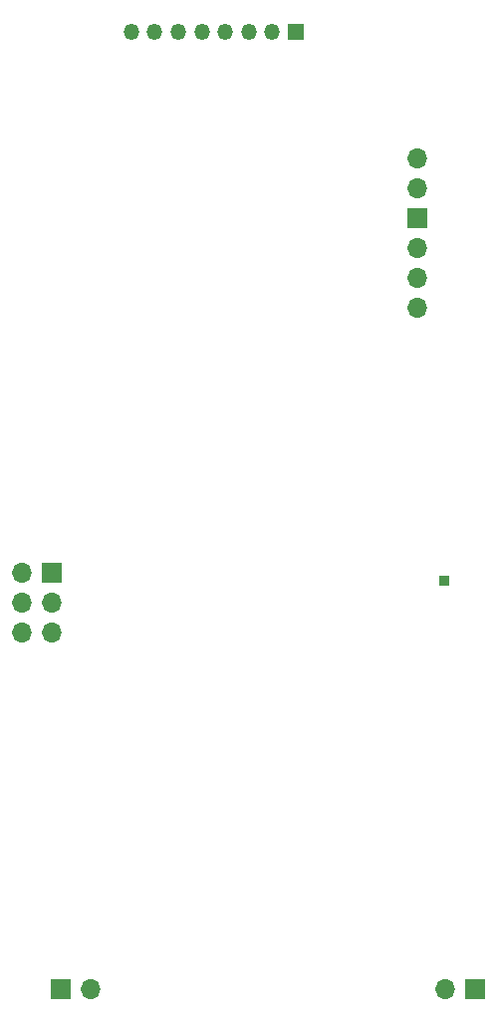
<source format=gbr>
%TF.GenerationSoftware,KiCad,Pcbnew,(5.1.9)-1*%
%TF.CreationDate,2021-03-29T02:47:02+02:00*%
%TF.ProjectId,HB-RC-12-EP-2,48422d52-432d-4313-922d-45502d322e6b,rev?*%
%TF.SameCoordinates,Original*%
%TF.FileFunction,Soldermask,Bot*%
%TF.FilePolarity,Negative*%
%FSLAX46Y46*%
G04 Gerber Fmt 4.6, Leading zero omitted, Abs format (unit mm)*
G04 Created by KiCad (PCBNEW (5.1.9)-1) date 2021-03-29 02:47:02*
%MOMM*%
%LPD*%
G01*
G04 APERTURE LIST*
%ADD10O,1.700000X1.700000*%
%ADD11R,1.700000X1.700000*%
%ADD12O,1.350000X1.350000*%
%ADD13R,1.350000X1.350000*%
%ADD14R,0.850000X0.850000*%
G04 APERTURE END LIST*
D10*
%TO.C,FTDI1*%
X128650000Y-99150000D03*
X128650000Y-96610000D03*
X128650000Y-94070000D03*
D11*
X128650000Y-91530000D03*
D10*
X128650000Y-88990000D03*
X128650000Y-86450000D03*
%TD*%
D12*
%TO.C,K1*%
X104350000Y-75750000D03*
X106350000Y-75750000D03*
X108350000Y-75750000D03*
X110350000Y-75750000D03*
X112350000Y-75750000D03*
X114350000Y-75750000D03*
X116350000Y-75750000D03*
D13*
X118350000Y-75750000D03*
%TD*%
D11*
%TO.C,Power*%
X98350000Y-157100000D03*
D10*
X100890000Y-157100000D03*
%TD*%
%TO.C,+*%
X131010000Y-157125000D03*
D11*
X133550000Y-157125000D03*
%TD*%
D14*
%TO.C,Ant*%
X130950000Y-122350000D03*
%TD*%
D10*
%TO.C,ISP1*%
X97600000Y-126780000D03*
X95060000Y-126780000D03*
X97600000Y-124240000D03*
X95060000Y-124240000D03*
D11*
X97600000Y-121700000D03*
D10*
X95060000Y-121700000D03*
%TD*%
M02*

</source>
